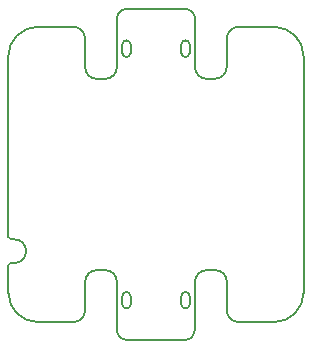
<source format=gm1>
%TF.GenerationSoftware,KiCad,Pcbnew,9.0.2*%
%TF.CreationDate,2026-02-09T05:43:33+00:00*%
%TF.ProjectId,kicad_rgb_module,6b696361-645f-4726-9762-5f6d6f64756c,0.1*%
%TF.SameCoordinates,PX518a060PY47868c0*%
%TF.FileFunction,Profile,NP*%
%FSLAX46Y46*%
G04 Gerber Fmt 4.6, Leading zero omitted, Abs format (unit mm)*
G04 Created by KiCad (PCBNEW 9.0.2) date 2026-02-09 05:43:33*
%MOMM*%
%LPD*%
G01*
G04 APERTURE LIST*
%TA.AperFunction,Profile*%
%ADD10C,0.150000*%
%TD*%
G04 APERTURE END LIST*
D10*
X10000000Y-12500000D02*
X7000000Y-12500000D01*
X12500000Y10000000D02*
X12500000Y-10000000D01*
X-12500000Y-5300000D02*
X-12500000Y10000000D01*
X-7500000Y-12500000D02*
X-7000000Y-12500000D01*
X-7000000Y12500000D02*
X-10000000Y12500000D01*
X7000000Y12500000D02*
X10000000Y12500000D01*
%TO.C,MH1*%
X-10000000Y-12500000D02*
X-7500000Y-12500000D01*
X-12500000Y-10000000D02*
X-12500000Y-7700002D01*
X-12000000Y-7500000D02*
X-12300000Y-7500002D01*
X-12000000Y-5500000D02*
X-12300000Y-5500000D01*
X-10000000Y-12500000D02*
G75*
G02*
X-12500000Y-10000000I0J2500000D01*
G01*
X-12500000Y-7700002D02*
G75*
G02*
X-12300000Y-7500000I200000J2D01*
G01*
X-12300000Y-5500000D02*
G75*
G02*
X-12500000Y-5300000I0J200000D01*
G01*
X-12000000Y-5500000D02*
G75*
G02*
X-12000000Y-7500000I0J-1000000D01*
G01*
%TO.C,MH3*%
X12500000Y-10000000D02*
G75*
G02*
X10000000Y-12500000I-2500000J0D01*
G01*
%TO.C,EC2*%
X-6000000Y11500000D02*
X-6000000Y9100000D01*
X-5031284Y8100000D02*
X-4500000Y8100000D01*
X-4297807Y8100000D02*
X-4500000Y8100000D01*
X-3300852Y13200000D02*
X-3300852Y9098000D01*
X2499148Y14000000D02*
X-2500852Y14000000D01*
X3299148Y13200000D02*
X3299148Y9100000D01*
X4297807Y8100000D02*
X4992893Y8100000D01*
X6000000Y9250000D02*
X5992893Y9100000D01*
X6000000Y9250000D02*
X6000000Y11500000D01*
X-7000000Y12500000D02*
G75*
G02*
X-6000000Y11500000I1J-999999D01*
G01*
X-5031284Y8100000D02*
G75*
G02*
X-6000000Y9100000I0J969205D01*
G01*
X-3300852Y13200000D02*
G75*
G02*
X-2500852Y14000000I798929J1071D01*
G01*
X-3300852Y9098000D02*
G75*
G02*
X-4297807Y8100000I-997478J-522D01*
G01*
X2499148Y14000000D02*
G75*
G02*
X3299150Y13200000I1072J-798930D01*
G01*
X4297807Y8100000D02*
G75*
G02*
X3299150Y9100000I673J999330D01*
G01*
X5992893Y9100000D02*
G75*
G02*
X4992893Y8100007I-999993J0D01*
G01*
X6000000Y11500000D02*
G75*
G02*
X7000000Y12500000I1000000J0D01*
G01*
X-2850851Y11000001D02*
X-2850851Y11000001D01*
G75*
G02*
X-2150853Y11000001I349999J0D01*
G01*
X-2150853Y10300002D01*
G75*
G02*
X-2850851Y10300002I-349999J0D01*
G01*
X-2850851Y11000001D01*
X2149149Y11000001D02*
X2149149Y11000001D01*
G75*
G02*
X2849147Y11000001I349999J0D01*
G01*
X2849147Y10300002D01*
G75*
G02*
X2149149Y10300002I-349999J0D01*
G01*
X2149149Y11000001D01*
%TO.C,MH4*%
X10000000Y12500000D02*
G75*
G02*
X12500000Y10000000I0J-2500000D01*
G01*
%TO.C,MH2*%
X-12500000Y10000000D02*
G75*
G02*
X-10000000Y12500000I2500000J0D01*
G01*
%TO.C,EC1*%
X-6000000Y-9250000D02*
X-6000000Y-11500000D01*
X-6000000Y-9250000D02*
X-5992893Y-9100000D01*
X-4297807Y-8100000D02*
X-4992893Y-8100000D01*
X-3299148Y-13200000D02*
X-3299148Y-9100000D01*
X-2499148Y-14000000D02*
X2500852Y-14000000D01*
X3300852Y-13200000D02*
X3300852Y-9098000D01*
X4297807Y-8100000D02*
X4500000Y-8100000D01*
X5031284Y-8100000D02*
X4500000Y-8100000D01*
X6000000Y-11500000D02*
X6000000Y-9100000D01*
X-6000000Y-11500000D02*
G75*
G02*
X-7000000Y-12500000I-1000000J0D01*
G01*
X-5992893Y-9100000D02*
G75*
G02*
X-4992893Y-8100007I999993J0D01*
G01*
X-4297807Y-8100000D02*
G75*
G02*
X-3299150Y-9100000I-673J-999330D01*
G01*
X-2499148Y-14000000D02*
G75*
G02*
X-3299150Y-13200000I-1072J798930D01*
G01*
X3300852Y-9098000D02*
G75*
G02*
X4297807Y-8100000I997478J522D01*
G01*
X3300852Y-13200000D02*
G75*
G02*
X2500852Y-14000000I-798929J-1071D01*
G01*
X5031284Y-8100000D02*
G75*
G02*
X6000000Y-9100000I0J-969205D01*
G01*
X7000000Y-12500000D02*
G75*
G02*
X6000000Y-11500000I-1J999999D01*
G01*
X-2849147Y-10300002D02*
X-2849147Y-10300002D01*
G75*
G02*
X-2149149Y-10300002I349999J0D01*
G01*
X-2149149Y-11000001D01*
G75*
G02*
X-2849147Y-11000001I-349999J0D01*
G01*
X-2849147Y-10300002D01*
X2150853Y-10300002D02*
X2150853Y-10300002D01*
G75*
G02*
X2850851Y-10300002I349999J0D01*
G01*
X2850851Y-11000001D01*
G75*
G02*
X2150853Y-11000001I-349999J0D01*
G01*
X2150853Y-10300002D01*
%TD*%
M02*

</source>
